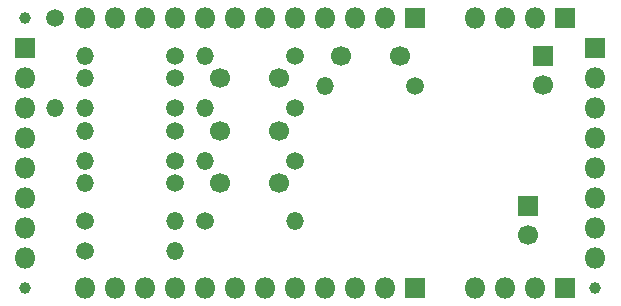
<source format=gts>
G04 #@! TF.GenerationSoftware,KiCad,Pcbnew,(5.1.6-0-10_14)*
G04 #@! TF.CreationDate,2021-03-19T12:14:43+00:00*
G04 #@! TF.ProjectId,JunketOnSteroidsTTGO,4a756e6b-6574-44f6-9e53-7465726f6964,rev?*
G04 #@! TF.SameCoordinates,PX5faea10PY5734380*
G04 #@! TF.FileFunction,Soldermask,Top*
G04 #@! TF.FilePolarity,Negative*
%FSLAX46Y46*%
G04 Gerber Fmt 4.6, Leading zero omitted, Abs format (unit mm)*
G04 Created by KiCad (PCBNEW (5.1.6-0-10_14)) date 2021-03-19 12:14:43*
%MOMM*%
%LPD*%
G01*
G04 APERTURE LIST*
%ADD10O,1.500000X1.500000*%
%ADD11C,1.500000*%
%ADD12C,1.000000*%
%ADD13C,1.700000*%
%ADD14O,1.800000X1.800000*%
%ADD15R,1.800000X1.800000*%
%ADD16R,1.700000X1.700000*%
G04 APERTURE END LIST*
D10*
G04 #@! TO.C,R4*
X26035000Y8890000D03*
D11*
X18415000Y8890000D03*
G04 #@! TD*
D12*
G04 #@! TO.C,FID3*
X51435000Y3175000D03*
G04 #@! TD*
G04 #@! TO.C,FID2*
X3175000Y26035000D03*
G04 #@! TD*
G04 #@! TO.C,FID1*
X3175000Y3175000D03*
G04 #@! TD*
D13*
G04 #@! TO.C,C31*
X24685000Y12065000D03*
X19685000Y12065000D03*
G04 #@! TD*
G04 #@! TO.C,C21*
X24685000Y16510000D03*
X19685000Y16510000D03*
G04 #@! TD*
G04 #@! TO.C,C11*
X24685000Y20955000D03*
X19685000Y20955000D03*
G04 #@! TD*
G04 #@! TO.C,C3*
X29925000Y22860000D03*
X34925000Y22860000D03*
G04 #@! TD*
D10*
G04 #@! TO.C,R51*
X15875000Y6350000D03*
D11*
X8255000Y6350000D03*
G04 #@! TD*
D10*
G04 #@! TO.C,R41*
X15875000Y8890000D03*
D11*
X8255000Y8890000D03*
G04 #@! TD*
D10*
G04 #@! TO.C,R33*
X18415000Y13970000D03*
D11*
X26035000Y13970000D03*
G04 #@! TD*
D10*
G04 #@! TO.C,R32*
X8255000Y12065000D03*
D11*
X15875000Y12065000D03*
G04 #@! TD*
D10*
G04 #@! TO.C,R31*
X8255000Y13970000D03*
D11*
X15875000Y13970000D03*
G04 #@! TD*
D10*
G04 #@! TO.C,R23*
X18415000Y18415000D03*
D11*
X26035000Y18415000D03*
G04 #@! TD*
D10*
G04 #@! TO.C,R22*
X8255000Y16510000D03*
D11*
X15875000Y16510000D03*
G04 #@! TD*
D10*
G04 #@! TO.C,R21*
X8255000Y18415000D03*
D11*
X15875000Y18415000D03*
G04 #@! TD*
D10*
G04 #@! TO.C,R13*
X18415000Y22860000D03*
D11*
X26035000Y22860000D03*
G04 #@! TD*
D10*
G04 #@! TO.C,R12*
X8255000Y20955000D03*
D11*
X15875000Y20955000D03*
G04 #@! TD*
D10*
G04 #@! TO.C,R11*
X8255000Y22860000D03*
D11*
X15875000Y22860000D03*
G04 #@! TD*
D10*
G04 #@! TO.C,R2*
X5715000Y18415000D03*
D11*
X5715000Y26035000D03*
G04 #@! TD*
D10*
G04 #@! TO.C,R1*
X28575000Y20320000D03*
D11*
X36195000Y20320000D03*
G04 #@! TD*
D14*
G04 #@! TO.C,J6*
X41275000Y3175000D03*
X43815000Y3175000D03*
X46355000Y3175000D03*
D15*
X48895000Y3175000D03*
G04 #@! TD*
D14*
G04 #@! TO.C,J5*
X8255000Y3175000D03*
X10795000Y3175000D03*
X13335000Y3175000D03*
X15875000Y3175000D03*
X18415000Y3175000D03*
X20955000Y3175000D03*
X23495000Y3175000D03*
X26035000Y3175000D03*
X28575000Y3175000D03*
X31115000Y3175000D03*
X33655000Y3175000D03*
D15*
X36195000Y3175000D03*
G04 #@! TD*
D14*
G04 #@! TO.C,J4*
X8255000Y26035000D03*
X10795000Y26035000D03*
X13335000Y26035000D03*
X15875000Y26035000D03*
X18415000Y26035000D03*
X20955000Y26035000D03*
X23495000Y26035000D03*
X26035000Y26035000D03*
X28575000Y26035000D03*
X31115000Y26035000D03*
X33655000Y26035000D03*
D15*
X36195000Y26035000D03*
G04 #@! TD*
D14*
G04 #@! TO.C,J3*
X41275000Y26035000D03*
X43815000Y26035000D03*
X46355000Y26035000D03*
D15*
X48895000Y26035000D03*
G04 #@! TD*
D14*
G04 #@! TO.C,J2*
X51435000Y5715000D03*
X51435000Y8255000D03*
X51435000Y10795000D03*
X51435000Y13335000D03*
X51435000Y15875000D03*
X51435000Y18415000D03*
X51435000Y20955000D03*
D15*
X51435000Y23495000D03*
G04 #@! TD*
D14*
G04 #@! TO.C,J1*
X3175000Y5715000D03*
X3175000Y8255000D03*
X3175000Y10795000D03*
X3175000Y13335000D03*
X3175000Y15875000D03*
X3175000Y18415000D03*
X3175000Y20955000D03*
D15*
X3175000Y23495000D03*
G04 #@! TD*
D13*
G04 #@! TO.C,C2*
X45720000Y7660000D03*
D16*
X45720000Y10160000D03*
G04 #@! TD*
D13*
G04 #@! TO.C,C1*
X46990000Y20360000D03*
D16*
X46990000Y22860000D03*
G04 #@! TD*
M02*

</source>
